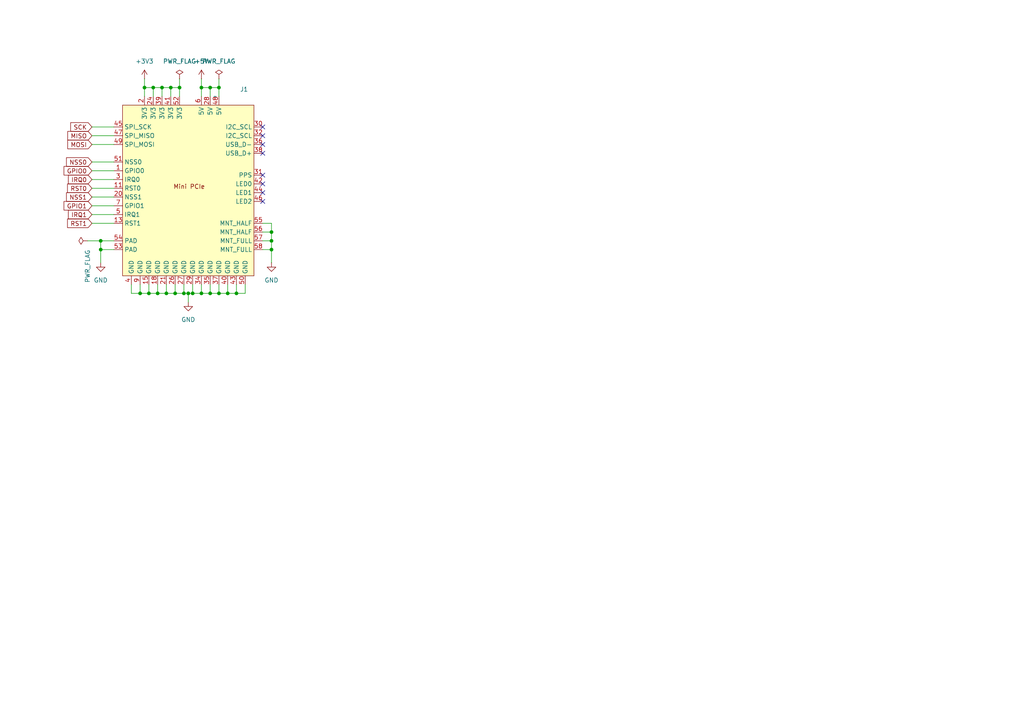
<source format=kicad_sch>
(kicad_sch (version 20250114) (generator "eeschema") (generator_version "9.0")
  (paper "A4")
  (lib_symbols
    (symbol "RadioHAT:Mini_PCIe"
      (property "Reference" "J" (at -19.304 28.448 0))
      (symbol "Mini_PCIe_1_1"
        (rectangle (start -19.05 24.13) (end 19.05 -25.4) (fill (type background)))
        (text "Mini PCIe" (at 0.254 0.508 0) (effects (font (size 1.27 1.27))))
        (pin bidirectional line (at -21.59 17.78 0) (length 2.54) (name "SPI_SCK") (number "45"))
        (pin bidirectional line (at -21.59 15.24 0) (length 2.54) (name "SPI_MISO") (number "47"))
        (pin bidirectional line (at -21.59 12.7 0) (length 2.54) (name "SPI_MOSI") (number "49"))
        (pin bidirectional line (at -21.59 7.62 0) (length 2.54) (name "NSS0") (number "51"))
        (pin bidirectional line (at -21.59 5.08 0) (length 2.54) (name "GPIO0") (number "1"))
        (pin bidirectional line (at -21.59 2.54 0) (length 2.54) (name "IRQ0") (number "3"))
        (pin bidirectional line (at -21.59 0 0) (length 2.54) (name "RST0") (number "11"))
        (pin bidirectional line (at -21.59 -2.54 0) (length 2.54) (name "NSS1") (number "20"))
        (pin bidirectional line (at -21.59 -5.08 0) (length 2.54) (name "GPIO1") (number "7"))
        (pin bidirectional line (at -21.59 -7.62 0) (length 2.54) (name "IRQ1") (number "5"))
        (pin bidirectional line (at -21.59 -10.16 0) (length 2.54) (name "RST1") (number "13"))
        (pin free line (at -21.59 -15.24 0) (length 2.54) (name "PAD") (number "54"))
        (pin free line (at -21.59 -17.78 0) (length 2.54) (name "PAD") (number "53"))
        (pin power_in line (at -16.51 -27.94 90) (length 2.54) (name "GND") (number "4"))
        (pin power_in line (at -13.97 -27.94 90) (length 2.54) (name "GND") (number "9"))
        (pin power_in line (at -12.7 26.67 270) (length 2.54) (name "3V3") (number "2"))
        (pin power_in line (at -11.43 -27.94 90) (length 2.54) (name "GND") (number "15"))
        (pin power_in line (at -10.16 26.67 270) (length 2.54) (name "3V3") (number "24"))
        (pin power_in line (at -8.89 -27.94 90) (length 2.54) (name "GND") (number "18"))
        (pin power_in line (at -7.62 26.67 270) (length 2.54) (name "3V3") (number "39"))
        (pin power_in line (at -6.35 -27.94 90) (length 2.54) (name "GND") (number "21"))
        (pin power_in line (at -5.08 26.67 270) (length 2.54) (name "3V3") (number "41"))
        (pin power_in line (at -3.81 -27.94 90) (length 2.54) (name "GND") (number "26"))
        (pin power_in line (at -2.54 26.67 270) (length 2.54) (name "3V3") (number "52"))
        (pin power_in line (at -1.27 -27.94 90) (length 2.54) (name "GND") (number "27"))
        (pin power_in line (at 1.27 -27.94 90) (length 2.54) (name "GND") (number "29"))
        (pin power_in line (at 3.81 26.67 270) (length 2.54) (name "5V") (number "6"))
        (pin power_in line (at 3.81 -27.94 90) (length 2.54) (name "GND") (number "34"))
        (pin power_in line (at 6.35 26.67 270) (length 2.54) (name "5V") (number "28"))
        (pin power_in line (at 6.35 -27.94 90) (length 2.54) (name "GND") (number "35"))
        (pin power_in line (at 8.89 26.67 270) (length 2.54) (name "5V") (number "48"))
        (pin power_in line (at 8.89 -27.94 90) (length 2.54) (name "GND") (number "37"))
        (pin power_in line (at 11.43 -27.94 90) (length 2.54) (name "GND") (number "40"))
        (pin power_in line (at 13.97 -27.94 90) (length 2.54) (name "GND") (number "43"))
        (pin power_in line (at 16.51 -27.94 90) (length 2.54) (name "GND") (number "50"))
        (pin bidirectional line (at 21.59 17.78 180) (length 2.54) (name "I2C_SCL") (number "30"))
        (pin bidirectional line (at 21.59 15.24 180) (length 2.54) (name "I2C_SCL") (number "32"))
        (pin bidirectional line (at 21.59 12.7 180) (length 2.54) (name "USB_D-") (number "36"))
        (pin bidirectional line (at 21.59 10.16 180) (length 2.54) (name "USB_D+") (number "38"))
        (pin bidirectional line (at 21.59 3.81 180) (length 2.54) (name "PPS") (number "31"))
        (pin bidirectional line (at 21.59 1.27 180) (length 2.54) (name "LED0") (number "42"))
        (pin bidirectional line (at 21.59 -1.27 180) (length 2.54) (name "LED1") (number "44"))
        (pin bidirectional line (at 21.59 -3.81 180) (length 2.54) (name "LED2") (number "46"))
        (pin free line (at 21.59 -10.16 180) (length 2.54) (name "MNT_HALF") (number "55"))
        (pin free line (at 21.59 -12.7 180) (length 2.54) (name "MNT_HALF") (number "56"))
        (pin free line (at 21.59 -15.24 180) (length 2.54) (name "MNT_FULL") (number "57"))
        (pin free line (at 21.59 -17.78 180) (length 2.54) (name "MNT_FULL") (number "58"))
      )
    )
    (symbol "power:+3V3" (power) (pin_numbers (hide yes)) (pin_names (offset 0) (hide yes))
      (property "Value" "+3V3" (at 0 3.556 0))
      (symbol "+3V3_0_1"
        (polyline (pts (xy -0.762 1.27) (xy 0 2.54)))
        (polyline (pts (xy 0 2.54) (xy 0.762 1.27)))
        (polyline (pts (xy 0 0) (xy 0 2.54)))
      )
      (symbol "+3V3_1_1"
        (pin power_in line (at 0 0 90) (length 0) (name "~") (number "1"))
      )
    )
    (symbol "power:+5V" (power) (pin_numbers (hide yes)) (pin_names (offset 0) (hide yes))
      (property "Value" "+5V" (at 0 3.556 0))
      (symbol "+5V_0_1"
        (polyline (pts (xy -0.762 1.27) (xy 0 2.54)))
        (polyline (pts (xy 0 2.54) (xy 0.762 1.27)))
        (polyline (pts (xy 0 0) (xy 0 2.54)))
      )
      (symbol "+5V_1_1"
        (pin power_in line (at 0 0 90) (length 0) (name "~") (number "1"))
      )
    )
    (symbol "power:GND" (power) (pin_numbers (hide yes)) (pin_names (offset 0) (hide yes))
      (property "Value" "GND" (at 0 -3.81 0))
      (symbol "GND_0_1"
        (polyline (pts (xy 0 0) (xy 0 -1.27) (xy 1.27 -1.27) (xy 0 -2.54) (xy -1.27 -1.27) (xy 0 -1.27)))
      )
      (symbol "GND_1_1"
        (pin power_in line (at 0 0 270) (length 0) (name "~") (number "1"))
      )
    )
    (symbol "power:PWR_FLAG" (power) (pin_numbers (hide yes)) (pin_names (offset 0) (hide yes))
      (property "Value" "PWR_FLAG" (at 0 3.81 0))
      (symbol "PWR_FLAG_0_0"
        (pin power_out line (at 0 0 90) (length 0) (name "~") (number "1"))
      )
      (symbol "PWR_FLAG_0_1"
        (polyline (pts (xy 0 0) (xy 0 1.27) (xy -1.016 1.905) (xy 0 2.54) (xy 1.016 1.905) (xy 0 1.27)))
      )
    )
  )
  (junction (at 52.07 25.4))
  (junction (at 68.58 85.09))
  (junction (at 66.04 85.09))
  (junction (at 55.88 85.09))
  (junction (at 48.26 85.09))
  (junction (at 53.34 85.09))
  (junction (at 41.91 25.4))
  (junction (at 29.21 69.85))
  (junction (at 44.45 25.4))
  (junction (at 78.74 72.39))
  (junction (at 63.5 85.09))
  (junction (at 60.96 25.4))
  (junction (at 49.53 25.4))
  (junction (at 54.61 85.09))
  (junction (at 46.99 25.4))
  (junction (at 43.18 85.09))
  (junction (at 63.5 25.4))
  (junction (at 29.21 72.39))
  (junction (at 58.42 25.4))
  (junction (at 40.64 85.09))
  (junction (at 58.42 85.09))
  (junction (at 50.8 85.09))
  (junction (at 60.96 85.09))
  (junction (at 78.74 67.31))
  (junction (at 45.72 85.09))
  (junction (at 78.74 69.85))
  (no_connect (at 76.2 41.91))
  (no_connect (at 76.2 58.42))
  (no_connect (at 76.2 39.37))
  (no_connect (at 76.2 53.34))
  (no_connect (at 76.2 50.8))
  (no_connect (at 76.2 55.88))
  (no_connect (at 76.2 36.83))
  (no_connect (at 76.2 44.45))
  (wire (pts (xy 26.67 39.37) (xy 33.02 39.37)))
  (wire (pts (xy 46.99 25.4) (xy 49.53 25.4)))
  (wire (pts (xy 44.45 25.4) (xy 46.99 25.4)))
  (wire (pts (xy 78.74 67.31) (xy 78.74 69.85)))
  (wire (pts (xy 68.58 82.55) (xy 68.58 85.09)))
  (wire (pts (xy 44.45 25.4) (xy 44.45 27.94)))
  (wire (pts (xy 63.5 82.55) (xy 63.5 85.09)))
  (wire (pts (xy 26.67 46.99) (xy 33.02 46.99)))
  (wire (pts (xy 41.91 25.4) (xy 41.91 27.94)))
  (wire (pts (xy 45.72 82.55) (xy 45.72 85.09)))
  (wire (pts (xy 53.34 85.09) (xy 54.61 85.09)))
  (wire (pts (xy 66.04 85.09) (xy 68.58 85.09)))
  (wire (pts (xy 26.67 52.07) (xy 33.02 52.07)))
  (wire (pts (xy 54.61 85.09) (xy 55.88 85.09)))
  (wire (pts (xy 60.96 25.4) (xy 63.5 25.4)))
  (wire (pts (xy 63.5 22.86) (xy 63.5 25.4)))
  (wire (pts (xy 48.26 85.09) (xy 50.8 85.09)))
  (wire (pts (xy 26.67 64.77) (xy 33.02 64.77)))
  (wire (pts (xy 71.12 85.09) (xy 71.12 82.55)))
  (wire (pts (xy 26.67 54.61) (xy 33.02 54.61)))
  (wire (pts (xy 76.2 64.77) (xy 78.74 64.77)))
  (wire (pts (xy 40.64 82.55) (xy 40.64 85.09)))
  (wire (pts (xy 29.21 72.39) (xy 33.02 72.39)))
  (wire (pts (xy 54.61 85.09) (xy 54.61 87.63)))
  (wire (pts (xy 26.67 57.15) (xy 33.02 57.15)))
  (wire (pts (xy 52.07 25.4) (xy 52.07 27.94)))
  (wire (pts (xy 46.99 25.4) (xy 46.99 27.94)))
  (wire (pts (xy 33.02 69.85) (xy 29.21 69.85)))
  (wire (pts (xy 38.1 82.55) (xy 38.1 85.09)))
  (wire (pts (xy 52.07 22.86) (xy 52.07 25.4)))
  (wire (pts (xy 26.67 59.69) (xy 33.02 59.69)))
  (wire (pts (xy 26.67 36.83) (xy 33.02 36.83)))
  (wire (pts (xy 29.21 72.39) (xy 29.21 76.2)))
  (wire (pts (xy 40.64 85.09) (xy 43.18 85.09)))
  (wire (pts (xy 26.67 41.91) (xy 33.02 41.91)))
  (wire (pts (xy 58.42 25.4) (xy 60.96 25.4)))
  (wire (pts (xy 60.96 85.09) (xy 63.5 85.09)))
  (wire (pts (xy 53.34 82.55) (xy 53.34 85.09)))
  (wire (pts (xy 58.42 27.94) (xy 58.42 25.4)))
  (wire (pts (xy 58.42 85.09) (xy 60.96 85.09)))
  (wire (pts (xy 49.53 27.94) (xy 49.53 25.4)))
  (wire (pts (xy 50.8 82.55) (xy 50.8 85.09)))
  (wire (pts (xy 25.4 69.85) (xy 29.21 69.85)))
  (wire (pts (xy 78.74 64.77) (xy 78.74 67.31)))
  (wire (pts (xy 43.18 82.55) (xy 43.18 85.09)))
  (wire (pts (xy 55.88 85.09) (xy 58.42 85.09)))
  (wire (pts (xy 48.26 82.55) (xy 48.26 85.09)))
  (wire (pts (xy 43.18 85.09) (xy 45.72 85.09)))
  (wire (pts (xy 50.8 85.09) (xy 53.34 85.09)))
  (wire (pts (xy 76.2 67.31) (xy 78.74 67.31)))
  (wire (pts (xy 29.21 69.85) (xy 29.21 72.39)))
  (wire (pts (xy 76.2 72.39) (xy 78.74 72.39)))
  (wire (pts (xy 68.58 85.09) (xy 71.12 85.09)))
  (wire (pts (xy 78.74 72.39) (xy 78.74 76.2)))
  (wire (pts (xy 41.91 25.4) (xy 44.45 25.4)))
  (wire (pts (xy 60.96 82.55) (xy 60.96 85.09)))
  (wire (pts (xy 26.67 49.53) (xy 33.02 49.53)))
  (wire (pts (xy 60.96 25.4) (xy 60.96 27.94)))
  (wire (pts (xy 76.2 69.85) (xy 78.74 69.85)))
  (wire (pts (xy 63.5 85.09) (xy 66.04 85.09)))
  (wire (pts (xy 38.1 85.09) (xy 40.64 85.09)))
  (wire (pts (xy 55.88 82.55) (xy 55.88 85.09)))
  (wire (pts (xy 58.42 82.55) (xy 58.42 85.09)))
  (wire (pts (xy 63.5 25.4) (xy 63.5 27.94)))
  (wire (pts (xy 66.04 82.55) (xy 66.04 85.09)))
  (wire (pts (xy 49.53 25.4) (xy 52.07 25.4)))
  (wire (pts (xy 58.42 22.86) (xy 58.42 25.4)))
  (wire (pts (xy 26.67 62.23) (xy 33.02 62.23)))
  (wire (pts (xy 78.74 69.85) (xy 78.74 72.39)))
  (wire (pts (xy 45.72 85.09) (xy 48.26 85.09)))
  (wire (pts (xy 41.91 22.86) (xy 41.91 25.4)))
  (global_label "NSS0" (shape input) (at 26.67 46.99 180) (property "Intersheetrefs" "${INTERSHEET_REFS}" (effects (hide yes))))
  (global_label "GPIO1" (shape input) (at 26.67 59.69 180) (property "Intersheetrefs" "${INTERSHEET_REFS}" (effects (hide yes))))
  (global_label "RST0" (shape input) (at 26.67 54.61 180) (property "Intersheetrefs" "${INTERSHEET_REFS}" (effects (hide yes))))
  (global_label "MISO" (shape input) (at 26.67 39.37 180) (property "Intersheetrefs" "${INTERSHEET_REFS}" (effects (hide yes))))
  (global_label "IRQ0" (shape input) (at 26.67 52.07 180) (property "Intersheetrefs" "${INTERSHEET_REFS}" (effects (hide yes))))
  (global_label "IRQ1" (shape input) (at 26.67 62.23 180) (property "Intersheetrefs" "${INTERSHEET_REFS}" (effects (hide yes))))
  (global_label "RST1" (shape input) (at 26.67 64.77 180) (property "Intersheetrefs" "${INTERSHEET_REFS}" (effects (hide yes))))
  (global_label "GPIO0" (shape input) (at 26.67 49.53 180) (property "Intersheetrefs" "${INTERSHEET_REFS}" (effects (hide yes))))
  (global_label "NSS1" (shape input) (at 26.67 57.15 180) (property "Intersheetrefs" "${INTERSHEET_REFS}" (effects (hide yes))))
  (global_label "MOSI" (shape input) (at 26.67 41.91 180) (property "Intersheetrefs" "${INTERSHEET_REFS}" (effects (hide yes))))
  (global_label "SCK" (shape input) (at 26.67 36.83 180) (property "Intersheetrefs" "${INTERSHEET_REFS}" (effects (hide yes))))
  (symbol (lib_id "power:+3V3") (at 41.91 22.86 0) (unit 1)
    (property "Reference" "#PWR04" (effects (hide yes)))
    (property "Value" "+3V3" (at 41.91 17.78 0))
    (property "Description" "Power symbol creates a global label with name \"+3V3\"" (effects (hide yes)))
  )
  (symbol (lib_id "power:GND") (at 78.74 76.2 0) (unit 1)
    (property "Reference" "#PWR03" (effects (hide yes)))
    (property "Value" "GND" (at 78.74 81.28 0))
    (property "Description" "Power symbol creates a global label with name \"GND\" , ground" (effects (hide yes)))
  )
  (symbol (lib_id "power:PWR_FLAG") (at 63.5 22.86 0) (unit 1)
    (property "Reference" "#FLG03" (effects (hide yes)))
    (property "Value" "PWR_FLAG" (at 63.5 17.78 0))
    (property "Description" "Special symbol for telling ERC where power comes from" (effects (hide yes)))
  )
  (symbol (lib_id "power:PWR_FLAG") (at 52.07 22.86 0) (unit 1)
    (property "Reference" "#FLG01" (effects (hide yes)))
    (property "Value" "PWR_FLAG" (at 52.07 17.78 0))
    (property "Description" "Special symbol for telling ERC where power comes from" (effects (hide yes)))
  )
  (symbol (lib_id "power:+5V") (at 58.42 22.86 0) (unit 1)
    (property "Reference" "#PWR06" (effects (hide yes)))
    (property "Value" "+5V" (at 58.42 17.78 0))
    (property "Description" "Power symbol creates a global label with name \"+5V\"" (effects (hide yes)))
  )
  (symbol (lib_id "power:GND") (at 54.61 87.63 0) (unit 1)
    (property "Reference" "#PWR01" (effects (hide yes)))
    (property "Value" "GND" (at 54.61 92.71 0))
    (property "Description" "Power symbol creates a global label with name \"GND\" , ground" (effects (hide yes)))
  )
  (symbol (lib_id "power:PWR_FLAG") (at 25.4 69.85 90) (unit 1)
    (property "Reference" "#FLG02" (effects (hide yes)))
    (property "Value" "PWR_FLAG" (at 25.4 77.216 0))
    (property "Description" "Special symbol for telling ERC where power comes from" (effects (hide yes)))
  )
  (symbol (lib_id "power:GND") (at 29.21 76.2 0) (unit 1)
    (property "Reference" "#PWR02" (effects (hide yes)))
    (property "Value" "GND" (at 29.21 81.28 0))
    (property "Description" "Power symbol creates a global label with name \"GND\" , ground" (effects (hide yes)))
  )
  (symbol (lib_id "RadioHAT:Mini_PCIe") (at 54.61 54.61 0) (unit 1)
    (property "Reference" "J1" (at 69.596 25.908 0) (effects (justify left)))
    (property "Value" "~" (at 61.8333 27.94 0) (effects (justify left)))
    (property "Footprint" "RadioHAT:Mini_PCIe_Full" (effects (hide yes)))
    (property "Mouser" "571-1775838-2" (effects (hide yes)))
  )
)
</source>
